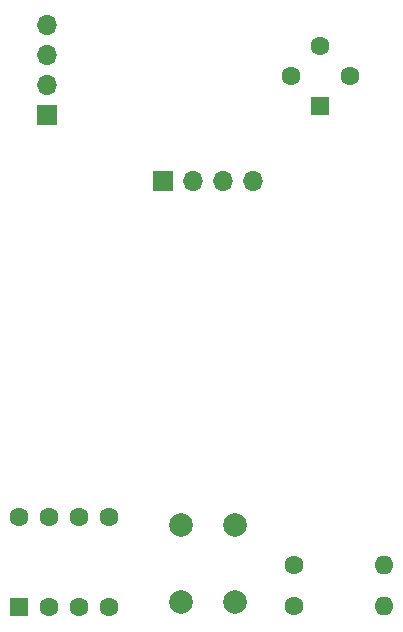
<source format=gbr>
G04 #@! TF.GenerationSoftware,KiCad,Pcbnew,(5.1.9)-1*
G04 #@! TF.CreationDate,2024-02-11T16:08:01+01:00*
G04 #@! TF.ProjectId,tiny_dt_0,74696e79-5f64-4745-9f30-2e6b69636164,rev?*
G04 #@! TF.SameCoordinates,Original*
G04 #@! TF.FileFunction,Soldermask,Top*
G04 #@! TF.FilePolarity,Negative*
%FSLAX46Y46*%
G04 Gerber Fmt 4.6, Leading zero omitted, Abs format (unit mm)*
G04 Created by KiCad (PCBNEW (5.1.9)-1) date 2024-02-11 16:08:01*
%MOMM*%
%LPD*%
G01*
G04 APERTURE LIST*
%ADD10C,2.000000*%
%ADD11C,1.600000*%
%ADD12R,1.600000X1.600000*%
%ADD13O,1.600000X1.600000*%
%ADD14O,1.700000X1.700000*%
%ADD15R,1.700000X1.700000*%
G04 APERTURE END LIST*
D10*
X200250000Y-99500000D03*
X204750000Y-99500000D03*
X200250000Y-106000000D03*
X204750000Y-106000000D03*
D11*
X214500000Y-61500000D03*
X212000000Y-59000000D03*
X209500000Y-61500000D03*
D12*
X212000000Y-64000000D03*
D11*
X186500000Y-98880000D03*
X189040000Y-98880000D03*
X191580000Y-98880000D03*
X194120000Y-98880000D03*
X194120000Y-106500000D03*
X191580000Y-106500000D03*
X189040000Y-106500000D03*
D12*
X186500000Y-106500000D03*
D13*
X217420000Y-102900000D03*
D11*
X209800000Y-102900000D03*
D13*
X217420000Y-106400000D03*
D11*
X209800000Y-106400000D03*
D14*
X188900000Y-57180000D03*
X188900000Y-59720000D03*
X188900000Y-62260000D03*
D15*
X188900000Y-64800000D03*
D14*
X206320000Y-70400000D03*
X203780000Y-70400000D03*
X201240000Y-70400000D03*
D15*
X198700000Y-70400000D03*
M02*

</source>
